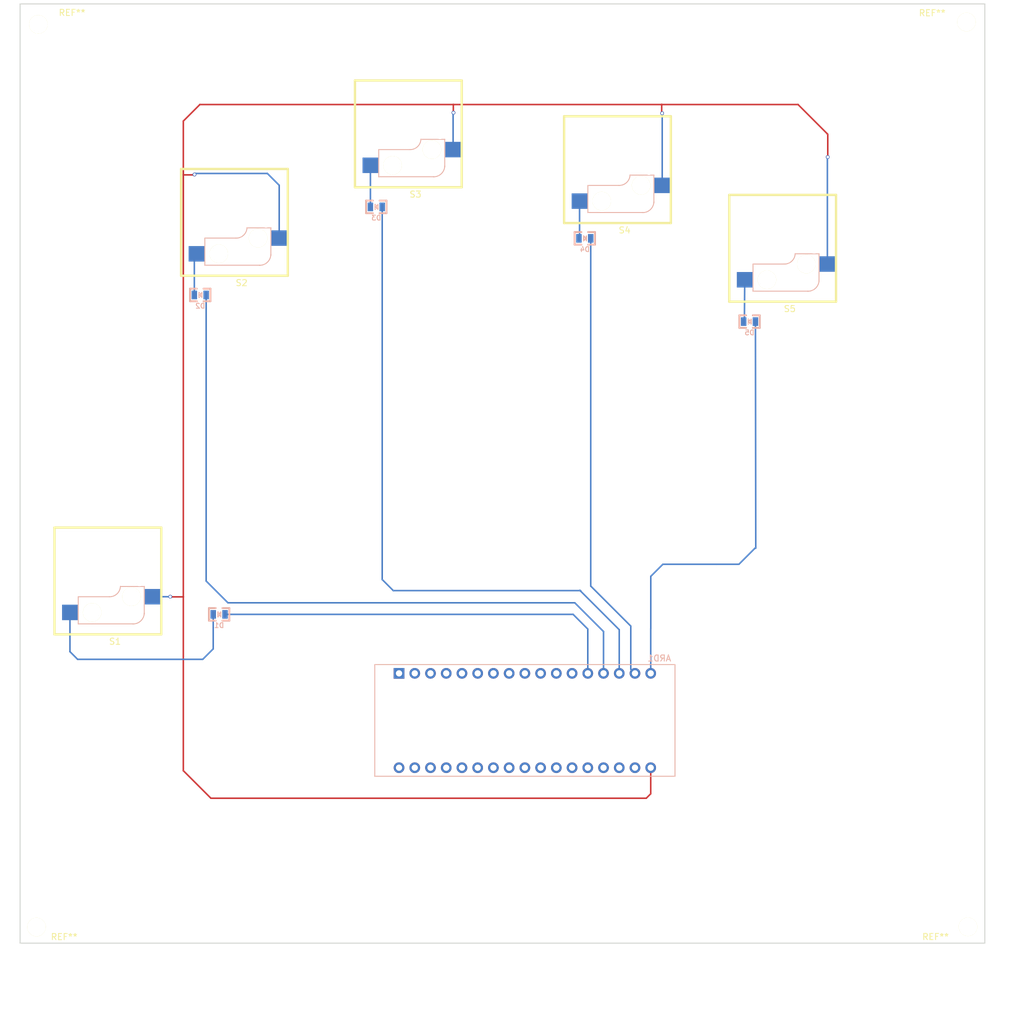
<source format=kicad_pcb>
(kicad_pcb (version 4) (host pcbnew 4.0.2+dfsg1-stable)

  (general
    (links 15)
    (no_connects 0)
    (area 21.834999 15.404999 177.765001 167.225001)
    (thickness 1.6)
    (drawings 26)
    (tracks 86)
    (zones 0)
    (modules 15)
    (nets 38)
  )

  (page A4)
  (layers
    (0 F.Cu signal)
    (31 B.Cu signal)
    (32 B.Adhes user)
    (33 F.Adhes user)
    (34 B.Paste user)
    (35 F.Paste user)
    (36 B.SilkS user)
    (37 F.SilkS user)
    (38 B.Mask user)
    (39 F.Mask user)
    (40 Dwgs.User user)
    (41 Cmts.User user)
    (42 Eco1.User user)
    (43 Eco2.User user)
    (44 Edge.Cuts user)
    (45 Margin user)
    (46 B.CrtYd user)
    (47 F.CrtYd user)
    (48 B.Fab user)
    (49 F.Fab user)
  )

  (setup
    (last_trace_width 0.25)
    (trace_clearance 0.2)
    (zone_clearance 0.508)
    (zone_45_only no)
    (trace_min 0.2)
    (segment_width 0.2)
    (edge_width 0.15)
    (via_size 0.6)
    (via_drill 0.4)
    (via_min_size 0.4)
    (via_min_drill 0.3)
    (uvia_size 0.3)
    (uvia_drill 0.1)
    (uvias_allowed no)
    (uvia_min_size 0.2)
    (uvia_min_drill 0.1)
    (pcb_text_width 0.3)
    (pcb_text_size 1.5 1.5)
    (mod_edge_width 0.15)
    (mod_text_size 1 1)
    (mod_text_width 0.15)
    (pad_size 3 3)
    (pad_drill 3)
    (pad_to_mask_clearance 0.2)
    (aux_axis_origin 0 0)
    (visible_elements FFFFFF7F)
    (pcbplotparams
      (layerselection 0x010f0_80000001)
      (usegerberextensions false)
      (excludeedgelayer true)
      (linewidth 0.100000)
      (plotframeref false)
      (viasonmask false)
      (mode 1)
      (useauxorigin false)
      (hpglpennumber 1)
      (hpglpenspeed 20)
      (hpglpendiameter 15)
      (hpglpenoverlay 2)
      (psnegative false)
      (psa4output false)
      (plotreference true)
      (plotvalue true)
      (plotinvisibletext false)
      (padsonsilk false)
      (subtractmaskfromsilk false)
      (outputformat 1)
      (mirror false)
      (drillshape 0)
      (scaleselection 1)
      (outputdirectory ""))
  )

  (net 0 "")
  (net 1 "Net-(ARD1-PadRST2)")
  (net 2 "Net-(ARD1-PadMOSI)")
  (net 3 "Net-(ARD1-PadSCK)")
  (net 4 "Net-(ARD1-PadA0)")
  (net 5 "Net-(ARD1-PadVIN)")
  (net 6 "Net-(ARD1-PadGND2)")
  (net 7 "Net-(ARD1-PadGND1)")
  (net 8 "Net-(ARD1-Pad5V)")
  (net 9 "Net-(ARD1-Pad3.3V)")
  (net 10 "Net-(ARD1-PadRST1)")
  (net 11 "Net-(ARD1-PadSS)")
  (net 12 "Net-(ARD1-PadD0)")
  (net 13 "Net-(ARD1-PadD1)")
  (net 14 "Net-(ARD1-PadD2)")
  (net 15 "Net-(ARD1-PadD3)")
  (net 16 "Net-(ARD1-PadD4)")
  (net 17 "Net-(ARD1-PadD5)")
  (net 18 "Net-(ARD1-PadD6)")
  (net 19 "Net-(ARD1-PadD7)")
  (net 20 /col1)
  (net 21 /col2)
  (net 22 /col3)
  (net 23 "Net-(ARD1-PadAREF)")
  (net 24 /row1)
  (net 25 /col5)
  (net 26 /col4)
  (net 27 "Net-(ARD1-PadA1)")
  (net 28 "Net-(ARD1-PadA2)")
  (net 29 "Net-(ARD1-PadA3)")
  (net 30 "Net-(ARD1-PadA4)")
  (net 31 "Net-(ARD1-PadA5)")
  (net 32 "Net-(ARD1-PadMISO)")
  (net 33 "Net-(D1-Pad1)")
  (net 34 "Net-(D2-Pad1)")
  (net 35 "Net-(D3-Pad1)")
  (net 36 "Net-(D4-Pad1)")
  (net 37 "Net-(D5-Pad1)")

  (net_class Default "This is the default net class."
    (clearance 0.2)
    (trace_width 0.25)
    (via_dia 0.6)
    (via_drill 0.4)
    (uvia_dia 0.3)
    (uvia_drill 0.1)
    (add_net /col1)
    (add_net /col2)
    (add_net /col3)
    (add_net /col4)
    (add_net /col5)
    (add_net /row1)
    (add_net "Net-(ARD1-Pad3.3V)")
    (add_net "Net-(ARD1-Pad5V)")
    (add_net "Net-(ARD1-PadA0)")
    (add_net "Net-(ARD1-PadA1)")
    (add_net "Net-(ARD1-PadA2)")
    (add_net "Net-(ARD1-PadA3)")
    (add_net "Net-(ARD1-PadA4)")
    (add_net "Net-(ARD1-PadA5)")
    (add_net "Net-(ARD1-PadAREF)")
    (add_net "Net-(ARD1-PadD0)")
    (add_net "Net-(ARD1-PadD1)")
    (add_net "Net-(ARD1-PadD2)")
    (add_net "Net-(ARD1-PadD3)")
    (add_net "Net-(ARD1-PadD4)")
    (add_net "Net-(ARD1-PadD5)")
    (add_net "Net-(ARD1-PadD6)")
    (add_net "Net-(ARD1-PadD7)")
    (add_net "Net-(ARD1-PadGND1)")
    (add_net "Net-(ARD1-PadGND2)")
    (add_net "Net-(ARD1-PadMISO)")
    (add_net "Net-(ARD1-PadMOSI)")
    (add_net "Net-(ARD1-PadRST1)")
    (add_net "Net-(ARD1-PadRST2)")
    (add_net "Net-(ARD1-PadSCK)")
    (add_net "Net-(ARD1-PadSS)")
    (add_net "Net-(ARD1-PadVIN)")
    (add_net "Net-(D1-Pad1)")
    (add_net "Net-(D2-Pad1)")
    (add_net "Net-(D3-Pad1)")
    (add_net "Net-(D4-Pad1)")
    (add_net "Net-(D5-Pad1)")
  )

  (module keyboard:Key_Contact_MX1A (layer F.Cu) (tedit 5A9038B2) (tstamp 5A8AA30E)
    (at 118.43 42.29)
    (path /5A6CECBB)
    (fp_text reference S4 (at 1.1 9.73 180) (layer F.SilkS)
      (effects (font (size 1 1) (thickness 0.15)))
    )
    (fp_text value MX1A (at -1.05 -10.4) (layer F.Fab)
      (effects (font (size 1 1) (thickness 0.15)))
    )
    (fp_line (start 8.565 8.575) (end -8.675 8.575) (layer F.SilkS) (width 0.381))
    (fp_line (start -8.675 8.575) (end -8.675 -8.665) (layer F.SilkS) (width 0.381))
    (fp_line (start -8.675 -8.665) (end 8.565 -8.665) (layer F.SilkS) (width 0.381))
    (fp_line (start 8.565 -8.665) (end 8.565 8.575) (layer F.SilkS) (width 0.381))
    (fp_line (start 0.22 2.5) (end -4.83 2.5) (layer B.SilkS) (width 0.15))
    (fp_arc (start 4.025 5.095) (end 3.975 6.89) (angle -90) (layer B.SilkS) (width 0.15))
    (fp_arc (start 0.23 0.76) (end 0.18 2.5) (angle -90) (layer B.SilkS) (width 0.15))
    (fp_line (start 5.83 0.84) (end 1.98 0.84) (layer B.SilkS) (width 0.15))
    (fp_line (start -4.84 2.5) (end -4.84 6.9) (layer B.SilkS) (width 0.15))
    (fp_line (start 5.82 0.82) (end 5.82 5.3) (layer B.SilkS) (width 0.15))
    (fp_line (start 4.07 6.88) (end -4.83 6.88) (layer B.SilkS) (width 0.15))
    (pad "" np_thru_hole circle (at -0.055 -0.045 180) (size 3.98018 3.98018) (drill 3.98018) (layers *.Cu *.Mask))
    (pad "" np_thru_hole circle (at -2.595 5.035 180) (size 3 3) (drill 3) (layers *.Cu *.Mask F.SilkS))
    (pad "" np_thru_hole circle (at 3.755 2.495 180) (size 3 3) (drill 3) (layers *.Cu *.Mask F.SilkS))
    (pad "" np_thru_hole circle (at 5.025 -0.045 180) (size 1.69926 1.69926) (drill 1.69926) (layers *.Cu *.Mask))
    (pad "" np_thru_hole circle (at -5.135 -0.045 180) (size 1.69926 1.69926) (drill 1.69926) (layers *.Cu *.Mask))
    (pad 2 smd rect (at -6.18 5.035) (size 2.55 2.5) (layers B.Cu B.Paste B.Mask)
      (net 36 "Net-(D4-Pad1)"))
    (pad 1 smd rect (at 7.17 2.495 180) (size 2.55 2.5) (layers B.Cu B.Paste B.Mask)
      (net 24 /row1))
  )

  (module keyboard:Key_Contact_MX1A (layer F.Cu) (tedit 5A90389D) (tstamp 5A8AA2F9)
    (at 84.66 36.51)
    (path /5A6CEAC0)
    (fp_text reference S3 (at 1.1 9.73 180) (layer F.SilkS)
      (effects (font (size 1 1) (thickness 0.15)))
    )
    (fp_text value MX1A (at -1.05 -10.4) (layer F.Fab)
      (effects (font (size 1 1) (thickness 0.15)))
    )
    (fp_line (start 8.565 8.575) (end -8.675 8.575) (layer F.SilkS) (width 0.381))
    (fp_line (start -8.675 8.575) (end -8.675 -8.665) (layer F.SilkS) (width 0.381))
    (fp_line (start -8.675 -8.665) (end 8.565 -8.665) (layer F.SilkS) (width 0.381))
    (fp_line (start 8.565 -8.665) (end 8.565 8.575) (layer F.SilkS) (width 0.381))
    (fp_line (start 0.22 2.5) (end -4.83 2.5) (layer B.SilkS) (width 0.15))
    (fp_arc (start 4.025 5.095) (end 3.975 6.89) (angle -90) (layer B.SilkS) (width 0.15))
    (fp_arc (start 0.23 0.76) (end 0.18 2.5) (angle -90) (layer B.SilkS) (width 0.15))
    (fp_line (start 5.83 0.84) (end 1.98 0.84) (layer B.SilkS) (width 0.15))
    (fp_line (start -4.84 2.5) (end -4.84 6.9) (layer B.SilkS) (width 0.15))
    (fp_line (start 5.82 0.82) (end 5.82 5.3) (layer B.SilkS) (width 0.15))
    (fp_line (start 4.07 6.88) (end -4.83 6.88) (layer B.SilkS) (width 0.15))
    (pad "" np_thru_hole circle (at -0.055 -0.045 180) (size 3.98018 3.98018) (drill 3.98018) (layers *.Cu *.Mask))
    (pad "" np_thru_hole circle (at -2.595 5.035 180) (size 3 3) (drill 3) (layers *.Cu *.Mask F.SilkS))
    (pad "" np_thru_hole circle (at 3.755 2.495 180) (size 3 3) (drill 3) (layers *.Cu *.Mask F.SilkS))
    (pad "" np_thru_hole circle (at 5.025 -0.045 180) (size 1.69926 1.69926) (drill 1.69926) (layers *.Cu *.Mask))
    (pad "" np_thru_hole circle (at -5.135 -0.045 180) (size 1.69926 1.69926) (drill 1.69926) (layers *.Cu *.Mask))
    (pad 2 smd rect (at -6.18 5.035) (size 2.55 2.5) (layers B.Cu B.Paste B.Mask)
      (net 35 "Net-(D3-Pad1)"))
    (pad 1 smd rect (at 7.17 2.495 180) (size 2.55 2.5) (layers B.Cu B.Paste B.Mask)
      (net 24 /row1))
  )

  (module keyboard:Key_Contact_MX1A (layer F.Cu) (tedit 5A903864) (tstamp 5A8AA2CF)
    (at 36.14 108.71)
    (path /5A6CBBB5)
    (fp_text reference S1 (at 1.1 9.73 180) (layer F.SilkS)
      (effects (font (size 1 1) (thickness 0.15)))
    )
    (fp_text value MX1A (at -1.05 -10.4) (layer F.Fab)
      (effects (font (size 1 1) (thickness 0.15)))
    )
    (fp_line (start 8.565 8.575) (end -8.675 8.575) (layer F.SilkS) (width 0.381))
    (fp_line (start -8.675 8.575) (end -8.675 -8.665) (layer F.SilkS) (width 0.381))
    (fp_line (start -8.675 -8.665) (end 8.565 -8.665) (layer F.SilkS) (width 0.381))
    (fp_line (start 8.565 -8.665) (end 8.565 8.575) (layer F.SilkS) (width 0.381))
    (fp_line (start 0.22 2.5) (end -4.83 2.5) (layer B.SilkS) (width 0.15))
    (fp_arc (start 4.025 5.095) (end 3.975 6.89) (angle -90) (layer B.SilkS) (width 0.15))
    (fp_arc (start 0.23 0.76) (end 0.18 2.5) (angle -90) (layer B.SilkS) (width 0.15))
    (fp_line (start 5.83 0.84) (end 1.98 0.84) (layer B.SilkS) (width 0.15))
    (fp_line (start -4.84 2.5) (end -4.84 6.9) (layer B.SilkS) (width 0.15))
    (fp_line (start 5.82 0.82) (end 5.82 5.3) (layer B.SilkS) (width 0.15))
    (fp_line (start 4.07 6.88) (end -4.83 6.88) (layer B.SilkS) (width 0.15))
    (pad "" np_thru_hole circle (at -0.055 -0.045 180) (size 3.98018 3.98018) (drill 3.98018) (layers *.Cu *.Mask))
    (pad "" np_thru_hole circle (at -2.595 5.035 180) (size 3 3) (drill 3) (layers *.Cu *.Mask F.SilkS))
    (pad "" np_thru_hole circle (at 3.755 2.495 180) (size 3 3) (drill 3) (layers *.Cu *.Mask F.SilkS))
    (pad "" np_thru_hole circle (at 5.025 -0.045 180) (size 1.69926 1.69926) (drill 1.69926) (layers *.Cu *.Mask))
    (pad "" np_thru_hole circle (at -5.135 -0.045 180) (size 1.69926 1.69926) (drill 1.69926) (layers *.Cu *.Mask))
    (pad 2 smd rect (at -6.18 5.035) (size 2.55 2.5) (layers B.Cu B.Paste B.Mask)
      (net 33 "Net-(D1-Pad1)"))
    (pad 1 smd rect (at 7.17 2.495 180) (size 2.55 2.5) (layers B.Cu B.Paste B.Mask)
      (net 24 /row1))
  )

  (module keyboard:Key_Contact_MX1A (layer F.Cu) (tedit 5A903750) (tstamp 5A9038C4)
    (at 56.58 50.8)
    (path /5A6CEA44)
    (fp_text reference S2 (at 1.1 9.73 180) (layer F.SilkS)
      (effects (font (size 1 1) (thickness 0.15)))
    )
    (fp_text value MX1A (at -1.05 -10.4) (layer F.Fab)
      (effects (font (size 1 1) (thickness 0.15)))
    )
    (fp_line (start 8.565 8.575) (end -8.675 8.575) (layer F.SilkS) (width 0.381))
    (fp_line (start -8.675 8.575) (end -8.675 -8.665) (layer F.SilkS) (width 0.381))
    (fp_line (start -8.675 -8.665) (end 8.565 -8.665) (layer F.SilkS) (width 0.381))
    (fp_line (start 8.565 -8.665) (end 8.565 8.575) (layer F.SilkS) (width 0.381))
    (fp_line (start 0.22 2.5) (end -4.83 2.5) (layer B.SilkS) (width 0.15))
    (fp_arc (start 4.025 5.095) (end 3.975 6.89) (angle -90) (layer B.SilkS) (width 0.15))
    (fp_arc (start 0.23 0.76) (end 0.18 2.5) (angle -90) (layer B.SilkS) (width 0.15))
    (fp_line (start 5.83 0.84) (end 1.98 0.84) (layer B.SilkS) (width 0.15))
    (fp_line (start -4.84 2.5) (end -4.84 6.9) (layer B.SilkS) (width 0.15))
    (fp_line (start 5.82 0.82) (end 5.82 5.3) (layer B.SilkS) (width 0.15))
    (fp_line (start 4.07 6.88) (end -4.83 6.88) (layer B.SilkS) (width 0.15))
    (pad "" np_thru_hole circle (at -0.055 -0.045 180) (size 3.98018 3.98018) (drill 3.98018) (layers *.Cu *.Mask))
    (pad "" np_thru_hole circle (at -2.595 5.035 180) (size 3 3) (drill 3) (layers *.Cu *.Mask F.SilkS))
    (pad "" np_thru_hole circle (at 3.755 2.495 180) (size 3 3) (drill 3) (layers *.Cu *.Mask F.SilkS))
    (pad "" np_thru_hole circle (at 5.025 -0.045 180) (size 1.69926 1.69926) (drill 1.69926) (layers *.Cu *.Mask))
    (pad "" np_thru_hole circle (at -5.135 -0.045 180) (size 1.69926 1.69926) (drill 1.69926) (layers *.Cu *.Mask))
    (pad 2 smd rect (at -6.18 5.035) (size 2.55 2.5) (layers B.Cu B.Paste B.Mask)
      (net 34 "Net-(D2-Pad1)"))
    (pad 1 smd rect (at 7.17 2.495 180) (size 2.55 2.5) (layers B.Cu B.Paste B.Mask)
      (net 24 /row1))
  )

  (module keyboard:Arduino_Micro_Socket (layer B.Cu) (tedit 5898B735) (tstamp 5A6CA7CE)
    (at 127.66 140.2 180)
    (path /5A6D1E26)
    (fp_text reference ARD1 (at 2.54 19.05 180) (layer B.SilkS)
      (effects (font (size 1 1) (thickness 0.15)) (justify mirror))
    )
    (fp_text value Arduino_Micro_Socket (at 15.494 19.05 180) (layer B.Fab)
      (effects (font (size 1 1) (thickness 0.15)) (justify mirror))
    )
    (fp_line (start 48.48 18) (end 48.48 0) (layer B.CrtYd) (width 0.15))
    (fp_line (start -2 18) (end -2 0) (layer B.CrtYd) (width 0.15))
    (fp_line (start 48.48 0) (end -2 0) (layer B.CrtYd) (width 0.15))
    (fp_line (start 48.48 18.034) (end -2 18.034) (layer B.CrtYd) (width 0.15))
    (fp_line (start 48.48 18) (end 48.48 0) (layer B.SilkS) (width 0.15))
    (fp_line (start 0 18.034) (end 48.48 18.034) (layer B.SilkS) (width 0.15))
    (fp_line (start 0 18) (end 0 0) (layer B.SilkS) (width 0.15))
    (fp_line (start 0 0) (end 48.48 0) (layer B.SilkS) (width 0.15))
    (pad "" np_thru_hole circle (at 47.1 16.62 180) (size 1.016 1.016) (drill 1.016) (layers *.Cu *.Mask))
    (pad "" np_thru_hole circle (at 1.38 16.62 180) (size 1.016 1.016) (drill 1.016) (layers *.Cu *.Mask))
    (pad "" np_thru_hole circle (at 47.1 1.38 180) (size 1.016 1.016) (drill 1.016) (layers *.Cu *.Mask))
    (pad "" thru_hole oval (at 26.78 1.38 180) (size 1.7272 1.7272) (drill 1.016) (layers *.Cu *.Mask))
    (pad RST2 thru_hole oval (at 34.4 16.62 180) (size 1.7272 1.7272) (drill 1.016) (layers *.Cu *.Mask)
      (net 1 "Net-(ARD1-PadRST2)"))
    (pad MOSI thru_hole rect (at 44.56 16.62 180) (size 1.7272 1.7272) (drill 1.016) (layers *.Cu *.Mask)
      (net 2 "Net-(ARD1-PadMOSI)"))
    (pad SCK thru_hole oval (at 44.56 1.38 180) (size 1.7272 1.7272) (drill 1.016) (layers *.Cu *.Mask)
      (net 3 "Net-(ARD1-PadSCK)"))
    (pad A0 thru_hole oval (at 11.54 1.38 180) (size 1.7272 1.7272) (drill 1.016) (layers *.Cu *.Mask)
      (net 4 "Net-(ARD1-PadA0)"))
    (pad VIN thru_hole oval (at 39.48 1.38 180) (size 1.7272 1.7272) (drill 1.016) (layers *.Cu *.Mask)
      (net 5 "Net-(ARD1-PadVIN)"))
    (pad GND2 thru_hole oval (at 31.86 16.62 180) (size 1.7272 1.7272) (drill 1.016) (layers *.Cu *.Mask)
      (net 6 "Net-(ARD1-PadGND2)"))
    (pad GND1 thru_hole oval (at 36.94 1.38 180) (size 1.7272 1.7272) (drill 1.016) (layers *.Cu *.Mask)
      (net 7 "Net-(ARD1-PadGND1)"))
    (pad 5V thru_hole oval (at 31.86 1.38 180) (size 1.7272 1.7272) (drill 1.016) (layers *.Cu *.Mask)
      (net 8 "Net-(ARD1-Pad5V)"))
    (pad 3.3V thru_hole oval (at 6.46 1.38 180) (size 1.7272 1.7272) (drill 1.016) (layers *.Cu *.Mask)
      (net 9 "Net-(ARD1-Pad3.3V)"))
    (pad RST1 thru_hole oval (at 34.4 1.38 180) (size 1.7272 1.7272) (drill 1.016) (layers *.Cu *.Mask)
      (net 10 "Net-(ARD1-PadRST1)"))
    (pad SS thru_hole oval (at 42.02 16.62 180) (size 1.7272 1.7272) (drill 1.016) (layers *.Cu *.Mask)
      (net 11 "Net-(ARD1-PadSS)"))
    (pad D0 thru_hole oval (at 36.94 16.62 180) (size 1.7272 1.7272) (drill 1.016) (layers *.Cu *.Mask)
      (net 12 "Net-(ARD1-PadD0)"))
    (pad D1 thru_hole oval (at 39.48 16.62 180) (size 1.7272 1.7272) (drill 1.016) (layers *.Cu *.Mask)
      (net 13 "Net-(ARD1-PadD1)"))
    (pad D2 thru_hole oval (at 29.32 16.62 180) (size 1.7272 1.7272) (drill 1.016) (layers *.Cu *.Mask)
      (net 14 "Net-(ARD1-PadD2)"))
    (pad D3 thru_hole oval (at 26.78 16.62 180) (size 1.7272 1.7272) (drill 1.016) (layers *.Cu *.Mask)
      (net 15 "Net-(ARD1-PadD3)"))
    (pad D4 thru_hole oval (at 24.24 16.62 180) (size 1.7272 1.7272) (drill 1.016) (layers *.Cu *.Mask)
      (net 16 "Net-(ARD1-PadD4)"))
    (pad D5 thru_hole oval (at 21.7 16.62 180) (size 1.7272 1.7272) (drill 1.016) (layers *.Cu *.Mask)
      (net 17 "Net-(ARD1-PadD5)"))
    (pad D6 thru_hole oval (at 19.16 16.62 180) (size 1.7272 1.7272) (drill 1.016) (layers *.Cu *.Mask)
      (net 18 "Net-(ARD1-PadD6)"))
    (pad D7 thru_hole oval (at 16.62 16.62 180) (size 1.7272 1.7272) (drill 1.016) (layers *.Cu *.Mask)
      (net 19 "Net-(ARD1-PadD7)"))
    (pad D8 thru_hole oval (at 14.08 16.62 180) (size 1.7272 1.7272) (drill 1.016) (layers *.Cu *.Mask)
      (net 20 /col1))
    (pad D9 thru_hole oval (at 11.54 16.62 180) (size 1.7272 1.7272) (drill 1.016) (layers *.Cu *.Mask)
      (net 21 /col2))
    (pad D10 thru_hole oval (at 9 16.62 180) (size 1.7272 1.7272) (drill 1.016) (layers *.Cu *.Mask)
      (net 22 /col3))
    (pad "" np_thru_hole circle (at 1.38 1.38 180) (size 1.016 1.016) (drill 1.016) (layers *.Cu *.Mask))
    (pad AREF thru_hole oval (at 9 1.38 180) (size 1.7272 1.7272) (drill 1.016) (layers *.Cu *.Mask)
      (net 23 "Net-(ARD1-PadAREF)"))
    (pad D13 thru_hole oval (at 3.92 1.38 180) (size 1.7272 1.7272) (drill 1.016) (layers *.Cu *.Mask)
      (net 24 /row1))
    (pad D12 thru_hole oval (at 3.92 16.62 180) (size 1.7272 1.7272) (drill 1.016) (layers *.Cu *.Mask)
      (net 25 /col5))
    (pad D11 thru_hole oval (at 6.46 16.62 180) (size 1.7272 1.7272) (drill 1.016) (layers *.Cu *.Mask)
      (net 26 /col4))
    (pad "" thru_hole oval (at 29.32 1.38 180) (size 1.7272 1.7272) (drill 1.016) (layers *.Cu *.Mask))
    (pad A1 thru_hole oval (at 14.08 1.38 180) (size 1.7272 1.7272) (drill 1.016) (layers *.Cu *.Mask)
      (net 27 "Net-(ARD1-PadA1)"))
    (pad A2 thru_hole oval (at 16.62 1.38 180) (size 1.7272 1.7272) (drill 1.016) (layers *.Cu *.Mask)
      (net 28 "Net-(ARD1-PadA2)"))
    (pad A3 thru_hole oval (at 19.16 1.38 180) (size 1.7272 1.7272) (drill 1.016) (layers *.Cu *.Mask)
      (net 29 "Net-(ARD1-PadA3)"))
    (pad A4 thru_hole oval (at 21.7 1.38 180) (size 1.7272 1.7272) (drill 1.016) (layers *.Cu *.Mask)
      (net 30 "Net-(ARD1-PadA4)"))
    (pad A5 thru_hole oval (at 24.24 1.38 180) (size 1.7272 1.7272) (drill 1.016) (layers *.Cu *.Mask)
      (net 31 "Net-(ARD1-PadA5)"))
    (pad MISO thru_hole oval (at 42.02 1.38 180) (size 1.7272 1.7272) (drill 1.016) (layers *.Cu *.Mask)
      (net 32 "Net-(ARD1-PadMISO)"))
  )

  (module keyboard:0805D (layer B.Cu) (tedit 56D07853) (tstamp 5A6CA7DE)
    (at 54.05 114.06)
    (path /5A6CBB49)
    (attr smd)
    (fp_text reference D1 (at 0 1.775) (layer B.SilkS)
      (effects (font (size 0.8 0.8) (thickness 0.15)) (justify mirror))
    )
    (fp_text value 1N4148 (at 0.1 -1.7) (layer B.SilkS) hide
      (effects (font (size 0.635 0.635) (thickness 0.127)) (justify mirror))
    )
    (fp_line (start 0.527 1.016) (end 1.651 1.016) (layer B.SilkS) (width 0.3))
    (fp_line (start 1.651 1.016) (end 1.651 -1.016) (layer B.SilkS) (width 0.3))
    (fp_line (start 1.651 -1.016) (end 0.527 -1.016) (layer B.SilkS) (width 0.3))
    (fp_line (start -0.554 1.016) (end -1.651 1.016) (layer B.SilkS) (width 0.3))
    (fp_line (start -1.651 1.016) (end -1.651 -1.016) (layer B.SilkS) (width 0.3))
    (fp_line (start -1.651 -1.016) (end -0.554 -1.016) (layer B.SilkS) (width 0.3))
    (fp_line (start 0.254 0.381) (end 0.254 -0.381) (layer B.SilkS) (width 0.2))
    (fp_line (start -0.1905 0.381) (end -0.1905 -0.381) (layer B.SilkS) (width 0.2))
    (fp_line (start -0.1905 -0.381) (end 0.1905 0) (layer B.SilkS) (width 0.2))
    (fp_line (start 0.1905 0) (end -0.1905 0.381) (layer B.SilkS) (width 0.2))
    (pad 1 smd rect (at -0.9525 0) (size 0.889 1.397) (layers B.Cu B.Paste B.Mask)
      (net 33 "Net-(D1-Pad1)"))
    (pad 2 smd rect (at 0.9525 0) (size 0.889 1.397) (layers B.Cu B.Paste B.Mask)
      (net 20 /col1))
    (model Resistors_SMD.3dshapes/R_0805.wrl
      (at (xyz 0 0 0))
      (scale (xyz 1 1 1))
      (rotate (xyz 0 0 0))
    )
  )

  (module keyboard:0805D (layer B.Cu) (tedit 56D07853) (tstamp 5A6CA7EE)
    (at 51 62.48)
    (path /5A6CEA3E)
    (attr smd)
    (fp_text reference D2 (at 0 1.775) (layer B.SilkS)
      (effects (font (size 0.8 0.8) (thickness 0.15)) (justify mirror))
    )
    (fp_text value 1N4148 (at 0.1 -1.7) (layer B.SilkS) hide
      (effects (font (size 0.635 0.635) (thickness 0.127)) (justify mirror))
    )
    (fp_line (start 0.527 1.016) (end 1.651 1.016) (layer B.SilkS) (width 0.3))
    (fp_line (start 1.651 1.016) (end 1.651 -1.016) (layer B.SilkS) (width 0.3))
    (fp_line (start 1.651 -1.016) (end 0.527 -1.016) (layer B.SilkS) (width 0.3))
    (fp_line (start -0.554 1.016) (end -1.651 1.016) (layer B.SilkS) (width 0.3))
    (fp_line (start -1.651 1.016) (end -1.651 -1.016) (layer B.SilkS) (width 0.3))
    (fp_line (start -1.651 -1.016) (end -0.554 -1.016) (layer B.SilkS) (width 0.3))
    (fp_line (start 0.254 0.381) (end 0.254 -0.381) (layer B.SilkS) (width 0.2))
    (fp_line (start -0.1905 0.381) (end -0.1905 -0.381) (layer B.SilkS) (width 0.2))
    (fp_line (start -0.1905 -0.381) (end 0.1905 0) (layer B.SilkS) (width 0.2))
    (fp_line (start 0.1905 0) (end -0.1905 0.381) (layer B.SilkS) (width 0.2))
    (pad 1 smd rect (at -0.9525 0) (size 0.889 1.397) (layers B.Cu B.Paste B.Mask)
      (net 34 "Net-(D2-Pad1)"))
    (pad 2 smd rect (at 0.9525 0) (size 0.889 1.397) (layers B.Cu B.Paste B.Mask)
      (net 21 /col2))
    (model Resistors_SMD.3dshapes/R_0805.wrl
      (at (xyz 0 0 0))
      (scale (xyz 1 1 1))
      (rotate (xyz 0 0 0))
    )
  )

  (module keyboard:0805D (layer B.Cu) (tedit 56D07853) (tstamp 5A6CA7FE)
    (at 79.43 48.26)
    (path /5A6CEABA)
    (attr smd)
    (fp_text reference D3 (at 0 1.775) (layer B.SilkS)
      (effects (font (size 0.8 0.8) (thickness 0.15)) (justify mirror))
    )
    (fp_text value 1N4148 (at 0.1 -1.7) (layer B.SilkS) hide
      (effects (font (size 0.635 0.635) (thickness 0.127)) (justify mirror))
    )
    (fp_line (start 0.527 1.016) (end 1.651 1.016) (layer B.SilkS) (width 0.3))
    (fp_line (start 1.651 1.016) (end 1.651 -1.016) (layer B.SilkS) (width 0.3))
    (fp_line (start 1.651 -1.016) (end 0.527 -1.016) (layer B.SilkS) (width 0.3))
    (fp_line (start -0.554 1.016) (end -1.651 1.016) (layer B.SilkS) (width 0.3))
    (fp_line (start -1.651 1.016) (end -1.651 -1.016) (layer B.SilkS) (width 0.3))
    (fp_line (start -1.651 -1.016) (end -0.554 -1.016) (layer B.SilkS) (width 0.3))
    (fp_line (start 0.254 0.381) (end 0.254 -0.381) (layer B.SilkS) (width 0.2))
    (fp_line (start -0.1905 0.381) (end -0.1905 -0.381) (layer B.SilkS) (width 0.2))
    (fp_line (start -0.1905 -0.381) (end 0.1905 0) (layer B.SilkS) (width 0.2))
    (fp_line (start 0.1905 0) (end -0.1905 0.381) (layer B.SilkS) (width 0.2))
    (pad 1 smd rect (at -0.9525 0) (size 0.889 1.397) (layers B.Cu B.Paste B.Mask)
      (net 35 "Net-(D3-Pad1)"))
    (pad 2 smd rect (at 0.9525 0) (size 0.889 1.397) (layers B.Cu B.Paste B.Mask)
      (net 22 /col3))
    (model Resistors_SMD.3dshapes/R_0805.wrl
      (at (xyz 0 0 0))
      (scale (xyz 1 1 1))
      (rotate (xyz 0 0 0))
    )
  )

  (module keyboard:0805D (layer B.Cu) (tedit 56D07853) (tstamp 5A6CA80E)
    (at 113.1 53.34)
    (path /5A6CECB5)
    (attr smd)
    (fp_text reference D4 (at 0 1.775) (layer B.SilkS)
      (effects (font (size 0.8 0.8) (thickness 0.15)) (justify mirror))
    )
    (fp_text value 1N4148 (at 0.1 -1.7) (layer B.SilkS) hide
      (effects (font (size 0.635 0.635) (thickness 0.127)) (justify mirror))
    )
    (fp_line (start 0.527 1.016) (end 1.651 1.016) (layer B.SilkS) (width 0.3))
    (fp_line (start 1.651 1.016) (end 1.651 -1.016) (layer B.SilkS) (width 0.3))
    (fp_line (start 1.651 -1.016) (end 0.527 -1.016) (layer B.SilkS) (width 0.3))
    (fp_line (start -0.554 1.016) (end -1.651 1.016) (layer B.SilkS) (width 0.3))
    (fp_line (start -1.651 1.016) (end -1.651 -1.016) (layer B.SilkS) (width 0.3))
    (fp_line (start -1.651 -1.016) (end -0.554 -1.016) (layer B.SilkS) (width 0.3))
    (fp_line (start 0.254 0.381) (end 0.254 -0.381) (layer B.SilkS) (width 0.2))
    (fp_line (start -0.1905 0.381) (end -0.1905 -0.381) (layer B.SilkS) (width 0.2))
    (fp_line (start -0.1905 -0.381) (end 0.1905 0) (layer B.SilkS) (width 0.2))
    (fp_line (start 0.1905 0) (end -0.1905 0.381) (layer B.SilkS) (width 0.2))
    (pad 1 smd rect (at -0.9525 0) (size 0.889 1.397) (layers B.Cu B.Paste B.Mask)
      (net 36 "Net-(D4-Pad1)"))
    (pad 2 smd rect (at 0.9525 0) (size 0.889 1.397) (layers B.Cu B.Paste B.Mask)
      (net 26 /col4))
    (model Resistors_SMD.3dshapes/R_0805.wrl
      (at (xyz 0 0 0))
      (scale (xyz 1 1 1))
      (rotate (xyz 0 0 0))
    )
  )

  (module keyboard:0805D (layer B.Cu) (tedit 56D07853) (tstamp 5A6CA81E)
    (at 139.7 66.78)
    (path /5A6CED25)
    (attr smd)
    (fp_text reference D5 (at 0 1.775) (layer B.SilkS)
      (effects (font (size 0.8 0.8) (thickness 0.15)) (justify mirror))
    )
    (fp_text value 1N4148 (at 0.1 -1.7) (layer B.SilkS) hide
      (effects (font (size 0.635 0.635) (thickness 0.127)) (justify mirror))
    )
    (fp_line (start 0.527 1.016) (end 1.651 1.016) (layer B.SilkS) (width 0.3))
    (fp_line (start 1.651 1.016) (end 1.651 -1.016) (layer B.SilkS) (width 0.3))
    (fp_line (start 1.651 -1.016) (end 0.527 -1.016) (layer B.SilkS) (width 0.3))
    (fp_line (start -0.554 1.016) (end -1.651 1.016) (layer B.SilkS) (width 0.3))
    (fp_line (start -1.651 1.016) (end -1.651 -1.016) (layer B.SilkS) (width 0.3))
    (fp_line (start -1.651 -1.016) (end -0.554 -1.016) (layer B.SilkS) (width 0.3))
    (fp_line (start 0.254 0.381) (end 0.254 -0.381) (layer B.SilkS) (width 0.2))
    (fp_line (start -0.1905 0.381) (end -0.1905 -0.381) (layer B.SilkS) (width 0.2))
    (fp_line (start -0.1905 -0.381) (end 0.1905 0) (layer B.SilkS) (width 0.2))
    (fp_line (start 0.1905 0) (end -0.1905 0.381) (layer B.SilkS) (width 0.2))
    (pad 1 smd rect (at -0.9525 0) (size 0.889 1.397) (layers B.Cu B.Paste B.Mask)
      (net 37 "Net-(D5-Pad1)"))
    (pad 2 smd rect (at 0.9525 0) (size 0.889 1.397) (layers B.Cu B.Paste B.Mask)
      (net 25 /col5))
    (model Resistors_SMD.3dshapes/R_0805.wrl
      (at (xyz 0 0 0))
      (scale (xyz 1 1 1))
      (rotate (xyz 0 0 0))
    )
  )

  (module keyboard:Key_Contact_MX1A (layer F.Cu) (tedit 5A9038C2) (tstamp 5A8AA323)
    (at 145.1 54.99)
    (path /5A6CED2B)
    (fp_text reference S5 (at 1.1 9.73 180) (layer F.SilkS)
      (effects (font (size 1 1) (thickness 0.15)))
    )
    (fp_text value MX1A (at -1.05 -10.4) (layer F.Fab)
      (effects (font (size 1 1) (thickness 0.15)))
    )
    (fp_line (start 8.565 8.575) (end -8.675 8.575) (layer F.SilkS) (width 0.381))
    (fp_line (start -8.675 8.575) (end -8.675 -8.665) (layer F.SilkS) (width 0.381))
    (fp_line (start -8.675 -8.665) (end 8.565 -8.665) (layer F.SilkS) (width 0.381))
    (fp_line (start 8.565 -8.665) (end 8.565 8.575) (layer F.SilkS) (width 0.381))
    (fp_line (start 0.22 2.5) (end -4.83 2.5) (layer B.SilkS) (width 0.15))
    (fp_arc (start 4.025 5.095) (end 3.975 6.89) (angle -90) (layer B.SilkS) (width 0.15))
    (fp_arc (start 0.23 0.76) (end 0.18 2.5) (angle -90) (layer B.SilkS) (width 0.15))
    (fp_line (start 5.83 0.84) (end 1.98 0.84) (layer B.SilkS) (width 0.15))
    (fp_line (start -4.84 2.5) (end -4.84 6.9) (layer B.SilkS) (width 0.15))
    (fp_line (start 5.82 0.82) (end 5.82 5.3) (layer B.SilkS) (width 0.15))
    (fp_line (start 4.07 6.88) (end -4.83 6.88) (layer B.SilkS) (width 0.15))
    (pad "" np_thru_hole circle (at -0.055 -0.045 180) (size 3.98018 3.98018) (drill 3.98018) (layers *.Cu *.Mask))
    (pad "" np_thru_hole circle (at -2.595 5.035 180) (size 3 3) (drill 3) (layers *.Cu *.Mask F.SilkS))
    (pad "" np_thru_hole circle (at 3.755 2.495 180) (size 3 3) (drill 3) (layers *.Cu *.Mask F.SilkS))
    (pad "" np_thru_hole circle (at 5.025 -0.045 180) (size 1.69926 1.69926) (drill 1.69926) (layers *.Cu *.Mask))
    (pad "" np_thru_hole circle (at -5.135 -0.045 180) (size 1.69926 1.69926) (drill 1.69926) (layers *.Cu *.Mask))
    (pad 2 smd rect (at -6.18 5.035) (size 2.55 2.5) (layers B.Cu B.Paste B.Mask)
      (net 37 "Net-(D5-Pad1)"))
    (pad 1 smd rect (at 7.17 2.495 180) (size 2.55 2.5) (layers B.Cu B.Paste B.Mask)
      (net 24 /row1))
  )

  (module keyboard:Copper (layer F.Cu) (tedit 5A925574) (tstamp 5A97FC98)
    (at 174.99 164.48)
    (fp_text reference REF** (at -5.25 1.64) (layer F.SilkS)
      (effects (font (size 1 1) (thickness 0.15)))
    )
    (fp_text value Copper (at -5.33 -0.08) (layer F.Fab)
      (effects (font (size 1 1) (thickness 0.15)))
    )
    (pad "" np_thru_hole circle (at -0.02 0.03) (size 3 3) (drill 3) (layers *.Cu *.Mask F.SilkS))
  )

  (module keyboard:Copper (layer F.Cu) (tedit 5A925534) (tstamp 5A97FCF7)
    (at 24.87 18.76)
    (fp_text reference REF** (at 5.44 -1.86) (layer F.SilkS)
      (effects (font (size 1 1) (thickness 0.15)))
    )
    (fp_text value Copper (at 5.7 -0.07) (layer F.Fab)
      (effects (font (size 1 1) (thickness 0.15)))
    )
    (pad "" np_thru_hole circle (at -0.02 0.03) (size 3 3) (drill 3) (layers *.Cu *.Mask F.SilkS))
  )

  (module keyboard:Copper (layer F.Cu) (tedit 5A925582) (tstamp 5A97FD00)
    (at 24.58 164.52)
    (fp_text reference REF** (at 4.45 1.61) (layer F.SilkS)
      (effects (font (size 1 1) (thickness 0.15)))
    )
    (fp_text value Copper (at 4.91 0.11) (layer F.Fab)
      (effects (font (size 1 1) (thickness 0.15)))
    )
    (pad "" np_thru_hole circle (at -0.02 0.03) (size 3 3) (drill 3) (layers *.Cu *.Mask F.SilkS))
  )

  (module keyboard:Copper (layer F.Cu) (tedit 5A92558D) (tstamp 5A97FD09)
    (at 174.75 18.38)
    (fp_text reference REF** (at -5.55 -1.43) (layer F.SilkS)
      (effects (font (size 1 1) (thickness 0.15)))
    )
    (fp_text value Copper (at -5.32 0.19) (layer F.Fab)
      (effects (font (size 1 1) (thickness 0.15)))
    )
    (pad "" np_thru_hole circle (at -0.02 0.03) (size 3 3) (drill 3) (layers *.Cu *.Mask F.SilkS))
  )

  (gr_line (start 26.98 116.34) (end 26.98 99.2) (angle 90) (layer Dwgs.User) (width 0.2))
  (gr_line (start 65.21 117.93) (end 27.11 117.93) (angle 90) (layer Dwgs.User) (width 0.2))
  (gr_line (start 65.08 99.19) (end 65.08 116.71) (angle 90) (layer Dwgs.User) (width 0.2))
  (gr_line (start 27.13 99.19) (end 65.08 99.19) (angle 90) (layer Dwgs.User) (width 0.2))
  (gr_line (start 157.8 46.05) (end 157.8 46.23) (angle 90) (layer Dwgs.User) (width 0.2))
  (gr_line (start 135.57 46.05) (end 157.8 46.05) (angle 90) (layer Dwgs.User) (width 0.2))
  (gr_line (start 127.84 33.25) (end 127.84 33.43) (angle 90) (layer Dwgs.User) (width 0.2))
  (gr_line (start 110.24 33.25) (end 127.84 33.25) (angle 90) (layer Dwgs.User) (width 0.2))
  (gr_line (start 76.1 28.36) (end 97.26 28.36) (angle 90) (layer Dwgs.User) (width 0.2))
  (gr_line (start 48.05 41.99) (end 65.47 41.99) (angle 90) (layer Dwgs.User) (width 0.2))
  (dimension 30 (width 0.3) (layer Cmts.User)
    (gr_text "30.000 mm" (at 143.65 31 270) (layer Cmts.User)
      (effects (font (size 1.5 1.5) (thickness 0.3)))
    )
    (feature1 (pts (xy 148 46) (xy 142.3 46)))
    (feature2 (pts (xy 148 16) (xy 142.3 16)))
    (crossbar (pts (xy 145 16) (xy 145 46)))
    (arrow1a (pts (xy 145 46) (xy 144.413579 44.873496)))
    (arrow1b (pts (xy 145 46) (xy 145.586421 44.873496)))
    (arrow2a (pts (xy 145 16) (xy 144.413579 17.126504)))
    (arrow2b (pts (xy 145 16) (xy 145.586421 17.126504)))
  )
  (dimension 26 (width 0.3) (layer Cmts.User)
    (gr_text "26.000 mm" (at 132 42.35) (layer Cmts.User)
      (effects (font (size 1.5 1.5) (thickness 0.3)))
    )
    (feature1 (pts (xy 145 36) (xy 145 43.7)))
    (feature2 (pts (xy 119 36) (xy 119 43.7)))
    (crossbar (pts (xy 119 41) (xy 145 41)))
    (arrow1a (pts (xy 145 41) (xy 143.873496 41.586421)))
    (arrow1b (pts (xy 145 41) (xy 143.873496 40.413579)))
    (arrow2a (pts (xy 119 41) (xy 120.126504 41.586421)))
    (arrow2b (pts (xy 119 41) (xy 120.126504 40.413579)))
  )
  (dimension 17 (width 0.3) (layer Cmts.User)
    (gr_text "17.000 mm" (at 115.650001 24.5 270) (layer Cmts.User)
      (effects (font (size 1.5 1.5) (thickness 0.3)))
    )
    (feature1 (pts (xy 119 33) (xy 114.300001 33)))
    (feature2 (pts (xy 119 16) (xy 114.300001 16)))
    (crossbar (pts (xy 117.000001 16) (xy 117.000001 33)))
    (arrow1a (pts (xy 117.000001 33) (xy 116.41358 31.873496)))
    (arrow1b (pts (xy 117.000001 33) (xy 117.586422 31.873496)))
    (arrow2a (pts (xy 117.000001 16) (xy 116.41358 17.126504)))
    (arrow2b (pts (xy 117.000001 16) (xy 117.586422 17.126504)))
  )
  (dimension 33 (width 0.3) (layer Cmts.User)
    (gr_text "33.000 mm" (at 102.5 37.35) (layer Cmts.User)
      (effects (font (size 1.5 1.5) (thickness 0.3)))
    )
    (feature1 (pts (xy 119 34) (xy 119 38.7)))
    (feature2 (pts (xy 86 34) (xy 86 38.7)))
    (crossbar (pts (xy 86 36) (xy 119 36)))
    (arrow1a (pts (xy 119 36) (xy 117.873496 36.586421)))
    (arrow1b (pts (xy 119 36) (xy 117.873496 35.413579)))
    (arrow2a (pts (xy 86 36) (xy 87.126504 36.586421)))
    (arrow2b (pts (xy 86 36) (xy 87.126504 35.413579)))
  )
  (dimension 12 (width 0.3) (layer Cmts.User)
    (gr_text "12.000 mm" (at 81.65 22 270) (layer Cmts.User)
      (effects (font (size 1.5 1.5) (thickness 0.3)))
    )
    (feature1 (pts (xy 86 28) (xy 80.3 28)))
    (feature2 (pts (xy 86 16) (xy 80.3 16)))
    (crossbar (pts (xy 83 16) (xy 83 28)))
    (arrow1a (pts (xy 83 28) (xy 82.413579 26.873496)))
    (arrow1b (pts (xy 83 28) (xy 83.586421 26.873496)))
    (arrow2a (pts (xy 83 16) (xy 82.413579 17.126504)))
    (arrow2b (pts (xy 83 16) (xy 83.586421 17.126504)))
  )
  (dimension 20 (width 0.3) (layer Cmts.User)
    (gr_text "20.000 mm" (at 76 39.35) (layer Cmts.User)
      (effects (font (size 1.5 1.5) (thickness 0.3)))
    )
    (feature1 (pts (xy 86 28) (xy 86 40.7)))
    (feature2 (pts (xy 66 28) (xy 66 40.7)))
    (crossbar (pts (xy 66 38) (xy 86 38)))
    (arrow1a (pts (xy 86 38) (xy 84.873496 38.586421)))
    (arrow1b (pts (xy 86 38) (xy 84.873496 37.413579)))
    (arrow2a (pts (xy 66 38) (xy 67.126504 38.586421)))
    (arrow2b (pts (xy 66 38) (xy 67.126504 37.413579)))
  )
  (dimension 27 (width 0.3) (layer Cmts.User)
    (gr_text "27.000 mm" (at 67.35 29.5 270) (layer Cmts.User)
      (effects (font (size 1.5 1.5) (thickness 0.3)))
    )
    (feature1 (pts (xy 65 43) (xy 68.7 43)))
    (feature2 (pts (xy 65 16) (xy 68.7 16)))
    (crossbar (pts (xy 66 16) (xy 66 43)))
    (arrow1a (pts (xy 66 43) (xy 65.413579 41.873496)))
    (arrow1b (pts (xy 66 43) (xy 66.586421 41.873496)))
    (arrow2a (pts (xy 66 16) (xy 65.413579 17.126504)))
    (arrow2b (pts (xy 66 16) (xy 66.586421 17.126504)))
  )
  (dimension 31 (width 0.3) (layer Cmts.User)
    (gr_text "31.000 mm" (at 49.5 33) (layer Cmts.User)
      (effects (font (size 1.5 1.5) (thickness 0.3)))
    )
    (feature1 (pts (xy 65 34) (xy 65 33)))
    (feature2 (pts (xy 34 34) (xy 34 33)))
    (crossbar (pts (xy 34 33) (xy 65 33)))
    (arrow1a (pts (xy 65 33) (xy 63.873496 33.586421)))
    (arrow1b (pts (xy 65 33) (xy 63.873496 32.413579)))
    (arrow2a (pts (xy 34 33) (xy 35.126504 33.586421)))
    (arrow2b (pts (xy 34 33) (xy 35.126504 32.413579)))
  )
  (dimension 83 (width 0.3) (layer Cmts.User)
    (gr_text "83.000 mm" (at 35.35 57.5 270) (layer Cmts.User)
      (effects (font (size 1.5 1.5) (thickness 0.3)))
    )
    (feature1 (pts (xy 33 99) (xy 36.7 99)))
    (feature2 (pts (xy 33 16) (xy 36.7 16)))
    (crossbar (pts (xy 34 16) (xy 34 99)))
    (arrow1a (pts (xy 34 99) (xy 33.413579 97.873496)))
    (arrow1b (pts (xy 34 99) (xy 34.586421 97.873496)))
    (arrow2a (pts (xy 34 16) (xy 33.413579 17.126504)))
    (arrow2b (pts (xy 34 16) (xy 34.586421 17.126504)))
  )
  (dimension 5 (width 0.3) (layer Cmts.User)
    (gr_text "5.000 mm" (at 24.5 102.650001) (layer Cmts.User)
      (effects (font (size 1.5 1.5) (thickness 0.3)))
    )
    (feature1 (pts (xy 27 107) (xy 27 101.300001)))
    (feature2 (pts (xy 22 107) (xy 22 101.300001)))
    (crossbar (pts (xy 22 104.000001) (xy 27 104.000001)))
    (arrow1a (pts (xy 27 104.000001) (xy 25.873496 104.586422)))
    (arrow1b (pts (xy 27 104.000001) (xy 25.873496 103.41358)))
    (arrow2a (pts (xy 22 104.000001) (xy 23.126504 104.586422)))
    (arrow2b (pts (xy 22 104.000001) (xy 23.126504 103.41358)))
  )
  (dimension 155 (width 0.3) (layer Dwgs.User)
    (gr_text "155.000 mm" (at 181.35 92.5 270) (layer Dwgs.User)
      (effects (font (size 1.5 1.5) (thickness 0.3)))
    )
    (feature1 (pts (xy 180 170) (xy 182.7 170)))
    (feature2 (pts (xy 180 15) (xy 182.7 15)))
    (crossbar (pts (xy 180 15) (xy 180 170)))
    (arrow1a (pts (xy 180 170) (xy 179.413579 168.873496)))
    (arrow1b (pts (xy 180 170) (xy 180.586421 168.873496)))
    (arrow2a (pts (xy 180 15) (xy 179.413579 16.126504)))
    (arrow2b (pts (xy 180 15) (xy 180.586421 16.126504)))
  )
  (dimension 155 (width 0.3) (layer Dwgs.User)
    (gr_text "155.000 mm" (at 100 174.65) (layer Dwgs.User) (tstamp 5A6CAE75)
      (effects (font (size 1.5 1.5) (thickness 0.3)))
    )
    (feature1 (pts (xy 177.5 178.5) (xy 177.5 173.3)))
    (feature2 (pts (xy 22.5 178.5) (xy 22.5 173.3)))
    (crossbar (pts (xy 22.5 176) (xy 177.5 176)))
    (arrow1a (pts (xy 177.5 176) (xy 176.373496 176.586421)))
    (arrow1b (pts (xy 177.5 176) (xy 176.373496 175.413579)))
    (arrow2a (pts (xy 22.5 176) (xy 23.626504 176.586421)))
    (arrow2b (pts (xy 22.5 176) (xy 23.626504 175.413579)))
  )
  (gr_line (start 21.91 15.48) (end 21.91 167.15) (angle 90) (layer Edge.Cuts) (width 0.15))
  (gr_line (start 177.69 15.48) (end 21.91 15.48) (angle 90) (layer Edge.Cuts) (width 0.15))
  (gr_line (start 177.69 167.15) (end 177.69 15.48) (angle 90) (layer Edge.Cuts) (width 0.15))
  (gr_line (start 21.91 167.15) (end 177.69 167.15) (angle 90) (layer Edge.Cuts) (width 0.15))

  (segment (start 55.0025 114.06) (end 111.21 114.06) (width 0.25) (layer B.Cu) (net 20))
  (segment (start 113.58 116.43) (end 113.58 123.58) (width 0.25) (layer B.Cu) (net 20) (tstamp 5A903B4E))
  (segment (start 111.21 114.06) (end 113.58 116.43) (width 0.25) (layer B.Cu) (net 20) (tstamp 5A903B4C))
  (segment (start 51.9525 62.48) (end 51.9525 108.6725) (width 0.25) (layer B.Cu) (net 21))
  (segment (start 116.12 116.83) (end 116.12 123.58) (width 0.25) (layer B.Cu) (net 21) (tstamp 5A903B71))
  (segment (start 111.48 112.19) (end 116.12 116.83) (width 0.25) (layer B.Cu) (net 21) (tstamp 5A903B6F))
  (segment (start 55.47 112.19) (end 111.48 112.19) (width 0.25) (layer B.Cu) (net 21) (tstamp 5A903B6D))
  (segment (start 51.9525 108.6725) (end 55.47 112.19) (width 0.25) (layer B.Cu) (net 21) (tstamp 5A903B6B))
  (segment (start 80.3825 48.26) (end 80.3825 108.4325) (width 0.25) (layer B.Cu) (net 22))
  (segment (start 112.43 110.26) (end 112.43 110.31) (width 0.25) (layer B.Cu) (net 22) (tstamp 5A903BC4))
  (segment (start 112.39 110.22) (end 112.43 110.26) (width 0.25) (layer B.Cu) (net 22) (tstamp 5A903BC2))
  (segment (start 82.17 110.22) (end 112.39 110.22) (width 0.25) (layer B.Cu) (net 22) (tstamp 5A903BC0))
  (segment (start 80.3825 108.4325) (end 82.17 110.22) (width 0.25) (layer B.Cu) (net 22) (tstamp 5A903BBE))
  (segment (start 118.66 123.58) (end 118.66 116.54) (width 0.25) (layer B.Cu) (net 22))
  (segment (start 118.66 116.54) (end 112.43 110.31) (width 0.25) (layer B.Cu) (net 22) (tstamp 5A903B7F))
  (segment (start 112.43 110.31) (end 112.29 110.17) (width 0.25) (layer B.Cu) (net 22) (tstamp 5A903BC5))
  (segment (start 48.27 111.23) (end 46.19 111.23) (width 0.25) (layer F.Cu) (net 24))
  (segment (start 46.155 111.205) (end 43.31 111.205) (width 0.25) (layer B.Cu) (net 24) (tstamp 5A903D41))
  (segment (start 46.16 111.2) (end 46.155 111.205) (width 0.25) (layer B.Cu) (net 24) (tstamp 5A903D40))
  (via (at 46.16 111.2) (size 0.6) (drill 0.4) (layers F.Cu B.Cu) (net 24))
  (segment (start 46.19 111.23) (end 46.16 111.2) (width 0.25) (layer F.Cu) (net 24) (tstamp 5A903D3D))
  (segment (start 63.75 53.295) (end 63.75 44.77) (width 0.25) (layer B.Cu) (net 24))
  (segment (start 50.01 43.09) (end 48.27 43.09) (width 0.25) (layer F.Cu) (net 24) (tstamp 5A903D23))
  (segment (start 50.07 43.03) (end 50.01 43.09) (width 0.25) (layer F.Cu) (net 24) (tstamp 5A903D22))
  (via (at 50.07 43.03) (size 0.6) (drill 0.4) (layers F.Cu B.Cu) (net 24))
  (segment (start 50.24 42.86) (end 50.07 43.03) (width 0.25) (layer B.Cu) (net 24) (tstamp 5A903D20))
  (segment (start 61.84 42.86) (end 50.24 42.86) (width 0.25) (layer B.Cu) (net 24) (tstamp 5A903D1C))
  (segment (start 63.75 44.77) (end 61.84 42.86) (width 0.25) (layer B.Cu) (net 24) (tstamp 5A903D1A))
  (segment (start 91.83 39.005) (end 91.83 33.11) (width 0.25) (layer B.Cu) (net 24))
  (segment (start 91.87 33.03) (end 91.87 31.73) (width 0.25) (layer F.Cu) (net 24) (tstamp 5A903D0D))
  (segment (start 91.89 33.05) (end 91.87 33.03) (width 0.25) (layer F.Cu) (net 24) (tstamp 5A903D0C))
  (via (at 91.89 33.05) (size 0.6) (drill 0.4) (layers F.Cu B.Cu) (net 24))
  (segment (start 91.83 33.11) (end 91.89 33.05) (width 0.25) (layer B.Cu) (net 24) (tstamp 5A903D08))
  (segment (start 125.6 44.785) (end 125.6 33.15) (width 0.25) (layer B.Cu) (net 24))
  (segment (start 125.51 33.06) (end 125.51 31.73) (width 0.25) (layer F.Cu) (net 24) (tstamp 5A903CE8))
  (segment (start 125.59 33.14) (end 125.51 33.06) (width 0.25) (layer F.Cu) (net 24) (tstamp 5A903CE7))
  (via (at 125.59 33.14) (size 0.6) (drill 0.4) (layers F.Cu B.Cu) (net 24))
  (segment (start 125.6 33.15) (end 125.59 33.14) (width 0.25) (layer B.Cu) (net 24) (tstamp 5A903CE3))
  (segment (start 125.51 31.73) (end 125.51 31.85) (width 0.25) (layer F.Cu) (net 24) (tstamp 5A903CE9))
  (segment (start 125.51 31.85) (end 125.51 31.73) (width 0.25) (layer F.Cu) (net 24) (tstamp 5A903CEB))
  (segment (start 152.27 57.485) (end 152.27 40.26) (width 0.25) (layer B.Cu) (net 24))
  (segment (start 152.28 36.52) (end 152.28 36.48) (width 0.25) (layer F.Cu) (net 24) (tstamp 5A903CBF))
  (segment (start 152.33 36.57) (end 152.28 36.52) (width 0.25) (layer F.Cu) (net 24) (tstamp 5A903CBC))
  (segment (start 152.33 40.2) (end 152.33 36.57) (width 0.25) (layer F.Cu) (net 24) (tstamp 5A903CBB))
  (segment (start 152.32 40.21) (end 152.33 40.2) (width 0.25) (layer F.Cu) (net 24) (tstamp 5A903CBA))
  (via (at 152.32 40.21) (size 0.6) (drill 0.4) (layers F.Cu B.Cu) (net 24))
  (segment (start 152.27 40.26) (end 152.32 40.21) (width 0.25) (layer B.Cu) (net 24) (tstamp 5A903CB3))
  (segment (start 147.53 31.73) (end 152.28 36.48) (width 0.25) (layer F.Cu) (net 24) (tstamp 5A903C75))
  (segment (start 50.94 31.73) (end 91.87 31.73) (width 0.25) (layer F.Cu) (net 24) (tstamp 5A903C73))
  (segment (start 91.87 31.73) (end 125.51 31.73) (width 0.25) (layer F.Cu) (net 24) (tstamp 5A903D10))
  (segment (start 125.51 31.73) (end 147.53 31.73) (width 0.25) (layer F.Cu) (net 24) (tstamp 5A903CEC))
  (segment (start 48.27 34.4) (end 50.94 31.73) (width 0.25) (layer F.Cu) (net 24) (tstamp 5A903C5F))
  (segment (start 48.27 139.3) (end 48.27 111.23) (width 0.25) (layer F.Cu) (net 24) (tstamp 5A903C53))
  (segment (start 48.27 111.23) (end 48.27 43.09) (width 0.25) (layer F.Cu) (net 24) (tstamp 5A903D3B))
  (segment (start 48.27 43.09) (end 48.27 34.4) (width 0.25) (layer F.Cu) (net 24) (tstamp 5A903D2A))
  (segment (start 52.72 143.75) (end 48.27 139.3) (width 0.25) (layer F.Cu) (net 24) (tstamp 5A903C4D))
  (segment (start 123.02 143.75) (end 52.72 143.75) (width 0.25) (layer F.Cu) (net 24) (tstamp 5A903C4A))
  (segment (start 123.74 143.03) (end 123.02 143.75) (width 0.25) (layer F.Cu) (net 24) (tstamp 5A903C47))
  (segment (start 123.74 138.82) (end 123.74 143.03) (width 0.25) (layer F.Cu) (net 24))
  (segment (start 134.33 105.97) (end 125.7 105.97) (width 0.25) (layer B.Cu) (net 25))
  (segment (start 123.75 116.39) (end 123.74 116.39) (width 0.25) (layer B.Cu) (net 25) (tstamp 5A903D9F))
  (segment (start 123.75 107.92) (end 123.75 116.39) (width 0.25) (layer B.Cu) (net 25) (tstamp 5A903D9A))
  (segment (start 125.7 105.97) (end 123.75 107.92) (width 0.25) (layer B.Cu) (net 25) (tstamp 5A903D97))
  (segment (start 137.44 105.97) (end 137.98 105.97) (width 0.25) (layer B.Cu) (net 25))
  (segment (start 140.7025 103.2475) (end 140.7025 103.3575) (width 0.25) (layer B.Cu) (net 25) (tstamp 5A903D79))
  (segment (start 137.98 105.97) (end 140.7025 103.2475) (width 0.25) (layer B.Cu) (net 25) (tstamp 5A903D78))
  (segment (start 123.74 123.58) (end 123.74 116.39) (width 0.25) (layer B.Cu) (net 25))
  (segment (start 140.7025 103.3575) (end 140.6525 66.78) (width 0.25) (layer B.Cu) (net 25) (tstamp 5A903D7E) (status 20))
  (segment (start 134.33 105.97) (end 137.44 105.97) (width 0.25) (layer B.Cu) (net 25) (tstamp 5A903D95))
  (segment (start 120.52 122.9) (end 121.2 123.58) (width 0.25) (layer B.Cu) (net 26) (tstamp 5A903BDC))
  (segment (start 120.52 115.95) (end 120.52 122.9) (width 0.25) (layer B.Cu) (net 26) (tstamp 5A903BDB))
  (segment (start 114.0525 109.4825) (end 120.52 115.95) (width 0.25) (layer B.Cu) (net 26) (tstamp 5A903BDA))
  (segment (start 114.0525 53.34) (end 114.0525 109.4825) (width 0.25) (layer B.Cu) (net 26))
  (segment (start 29.96 113.745) (end 29.96 120.08) (width 0.25) (layer B.Cu) (net 33))
  (segment (start 53.0975 119.6225) (end 53.0975 114.06) (width 0.25) (layer B.Cu) (net 33) (tstamp 5A903B48))
  (segment (start 51.4 121.32) (end 53.0975 119.6225) (width 0.25) (layer B.Cu) (net 33) (tstamp 5A903B46))
  (segment (start 31.2 121.32) (end 51.4 121.32) (width 0.25) (layer B.Cu) (net 33) (tstamp 5A903B44))
  (segment (start 29.96 120.08) (end 31.2 121.32) (width 0.25) (layer B.Cu) (net 33) (tstamp 5A903B43))
  (segment (start 50.0475 62.48) (end 50.0475 56.1875) (width 0.25) (layer B.Cu) (net 34))
  (segment (start 50.0475 56.1875) (end 50.4 55.835) (width 0.25) (layer B.Cu) (net 34) (tstamp 5A903ACC))
  (segment (start 78.48 41.545) (end 78.48 48.2775) (width 0.25) (layer B.Cu) (net 35))
  (segment (start 78.48 48.2775) (end 78.4775 48.26) (width 0.25) (layer B.Cu) (net 35) (tstamp 5A903ACF) (status 20))
  (segment (start 112.25 47.325) (end 112.25 53.2375) (width 0.25) (layer B.Cu) (net 36))
  (segment (start 112.25 53.2375) (end 112.1475 53.34) (width 0.25) (layer B.Cu) (net 36) (tstamp 5A903AF5))
  (segment (start 138.92 60.025) (end 138.87 66.6575) (width 0.25) (layer B.Cu) (net 37) (status 20))
  (segment (start 138.87 66.6575) (end 138.7475 66.78) (width 0.25) (layer B.Cu) (net 37) (tstamp 5A903B3F) (status 30))

)

</source>
